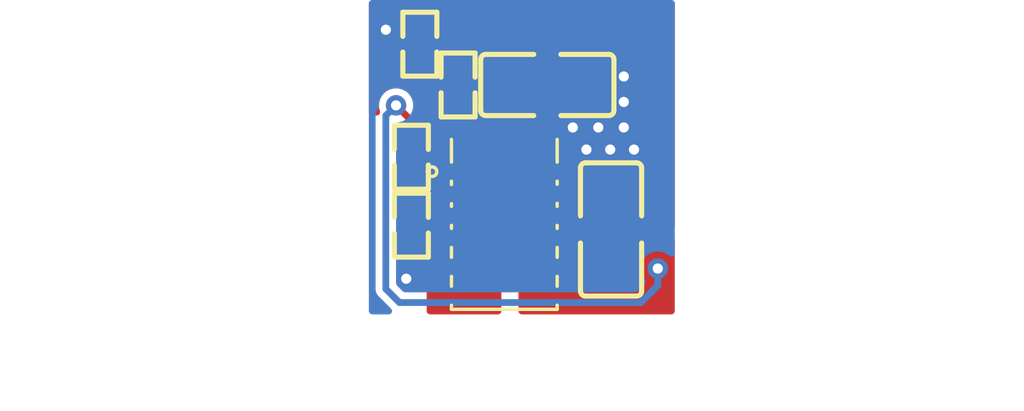
<source format=kicad_pcb>
(kicad_pcb (version 20241229) (generator "pcbnew") (generator_version "9.0")
  (layers (0 "F.Cu" signal) (2 "B.Cu" signal) (13 "F.Paste" user) (15 "B.Paste" user) (5 "F.SilkS" user "F.Silkscreen") (7 "B.SilkS" user "B.Silkscreen") (1 "F.Mask" user) (3 "B.Mask" user) (25 "Edge.Cuts" user))
  (net 0 "")
  (net 1 "OUT")
  (net 2 "VCC")
  (net 3 "BST")
  (net 4 "EN_SYNC")
  (net 5 "package.footprint.pins[6].net-net")
  (net 6 "SW")
  (net 7 "package.footprint.pins[1].net-net")
  (net 8 "PG")
  (net 9 "FB")
  (net 10 "IN")
  (net 11 "gnd")
  (footprint "Samsung_Electro_Mechanics_CL21A226KOQNNNE:C0805" (layer "F.Cu") (at 3.125 0.75 90)
    (property "Reference" "C2" (hide yes))
    (property "Value" "22µF ±10% 16V X5R")
    (fp_line (start 1.81 -0.9) (end 0.4 -0.9) (stroke (width 0.15)) (layer "F.SilkS"))
    (fp_line (start -1.81 -0.9) (end -0.4 -0.9) (stroke (width 0.15)) (layer "F.SilkS"))
    (fp_line (start 1.96 0.75) (end 1.96 -0.75) (stroke (width 0.15)) (layer "F.SilkS"))
    (fp_line (start -1.96 0.75) (end -1.96 -0.75) (stroke (width 0.15)) (layer "F.SilkS"))
    (fp_line (start 0.4 0.9) (end 1.81 0.9) (stroke (width 0.15)) (layer "F.SilkS"))
    (fp_line (start -0.4 0.9) (end -1.81 0.9) (stroke (width 0.15)) (layer "F.SilkS"))
    (fp_arc (start 1.81 -0.9) (mid 1.916066 -0.856066) (end 1.96 -0.75) (stroke (width 0.15)) (layer "F.SilkS"))
    (fp_arc (start -1.96 -0.75) (mid -1.916066 -0.856066) (end -1.81 -0.9) (stroke (width 0.15)) (layer "F.SilkS"))
    (fp_arc (start 1.96 0.75) (mid 1.916066 0.856066) (end 1.81 0.9) (stroke (width 0.15)) (layer "F.SilkS"))
    (fp_arc (start -1.81 0.9) (mid -1.916066 0.856066) (end -1.96 0.75) (stroke (width 0.15)) (layer "F.SilkS"))
    (pad "1" smd rect (at -1 0 90) (size 1.41 1.35) (layers "F.Cu" "F.Mask" "F.Paste") (net 1 "OUT"))
    (pad "2" smd rect (at 1 0 90) (size 1.41 1.35) (layers "F.Cu" "F.Mask" "F.Paste") (net 11 "gnd"))
  )
  (footprint "UNI_ROYAL_0402WGF1003TCE:R0402" (layer "F.Cu") (at -1.375 -3.5 90)
    (property "Reference" "R2" (hide yes))
    (property "Value" "100kΩ ±1% 62.5mW")
    (fp_line (start 0.94 -0.5) (end 0.23 -0.5) (stroke (width 0.15)) (layer "F.SilkS"))
    (fp_line (start -0.94 -0.5) (end -0.23 -0.5) (stroke (width 0.15)) (layer "F.SilkS"))
    (fp_line (start 0.94 0.5) (end 0.94 -0.5) (stroke (width 0.15)) (layer "F.SilkS"))
    (fp_line (start 0.23 0.5) (end 0.94 0.5) (stroke (width 0.15)) (layer "F.SilkS"))
    (fp_line (start -0.23 0.5) (end -0.94 0.5) (stroke (width 0.15)) (layer "F.SilkS"))
    (fp_line (start -0.94 0.5) (end -0.94 -0.5) (stroke (width 0.15)) (layer "F.SilkS"))
    (pad "1" smd rect (at -0.43 0 90) (size 0.57 0.54) (layers "F.Cu" "F.Mask" "F.Paste") (net 4 "EN_SYNC"))
    (pad "2" smd rect (at 0.43 0 90) (size 0.57 0.54) (layers "F.Cu" "F.Mask" "F.Paste") (net 10 "IN"))
  )
  (footprint "UNI_ROYAL_0402WGF1003TCE:R0402" (layer "F.Cu") (at -2.75 -1.375 -90)
    (property "Reference" "R4" (hide yes))
    (property "Value" "100kΩ ±1% 62.5mW")
    (fp_line (start -0.94 0.5) (end -0.94 -0.5) (stroke (width 0.15)) (layer "F.SilkS"))
    (fp_line (start -0.23 0.5) (end -0.94 0.5) (stroke (width 0.15)) (layer "F.SilkS"))
    (fp_line (start 0.23 0.5) (end 0.94 0.5) (stroke (width 0.15)) (layer "F.SilkS"))
    (fp_line (start 0.94 0.5) (end 0.94 -0.5) (stroke (width 0.15)) (layer "F.SilkS"))
    (fp_line (start -0.94 -0.5) (end -0.23 -0.5) (stroke (width 0.15)) (layer "F.SilkS"))
    (fp_line (start 0.94 -0.5) (end 0.23 -0.5) (stroke (width 0.15)) (layer "F.SilkS"))
    (pad "1" smd rect (at -0.43 0 270) (size 0.57 0.54) (layers "F.Cu" "F.Mask" "F.Paste") (net 1 "OUT"))
    (pad "2" smd rect (at 0.43 0 270) (size 0.57 0.54) (layers "F.Cu" "F.Mask" "F.Paste") (net 9 "FB"))
  )
  (footprint "MONOLITHIC_POWER_SYSTEMS_INC_MPM3610GQV_Z:QFN-20_L5.0-W3.0-TL-MPM3610GQV-Z" (layer "F.Cu") (at 0 0 0)
    (property "Reference" "U1" (hide yes))
    (property "Value" "")
    (fp_line (start -1.57 -1.23) (end -1.57 -1.9) (stroke (width 0.1)) (layer "F.SilkS"))
    (fp_line (start -1.57 -0.57) (end -1.57 -0.67) (stroke (width 0.1)) (layer "F.SilkS"))
    (fp_line (start -1.57 0.07) (end -1.57 -0.01) (stroke (width 0.1)) (layer "F.SilkS"))
    (fp_line (start -1.57 0.72) (end -1.57 0.63) (stroke (width 0.1)) (layer "F.SilkS"))
    (fp_line (start -1.57 1.57) (end -1.57 1.28) (stroke (width 0.1)) (layer "F.SilkS"))
    (fp_line (start -1.57 2.42) (end -1.57 2.13) (stroke (width 0.1)) (layer "F.SilkS"))
    (fp_line (start -1.57 3.1) (end -1.57 2.98) (stroke (width 0.1)) (layer "F.SilkS"))
    (fp_line (start -1.57 3.1) (end 1.54 3.1) (stroke (width 0.1)) (layer "F.SilkS"))
    (fp_line (start 1.54 -1.23) (end 1.54 -1.9) (stroke (width 0.1)) (layer "F.SilkS"))
    (fp_line (start 1.54 -0.58) (end 1.54 -0.67) (stroke (width 0.1)) (layer "F.SilkS"))
    (fp_line (start 1.54 0.07) (end 1.54 -0.02) (stroke (width 0.1)) (layer "F.SilkS"))
    (fp_line (start 1.54 0.72) (end 1.54 0.63) (stroke (width 0.1)) (layer "F.SilkS"))
    (fp_line (start 1.54 1.57) (end 1.54 1.28) (stroke (width 0.1)) (layer "F.SilkS"))
    (fp_line (start 1.54 2.42) (end 1.54 2.13) (stroke (width 0.1)) (layer "F.SilkS"))
    (fp_line (start 1.54 3.1) (end 1.54 2.98) (stroke (width 0.1)) (layer "F.SilkS"))
    (fp_circle (center -2.14 -0.95) (end -2 -0.95) (stroke (width 0.1)) (fill no) (layer "F.SilkS"))
    (pad "1" smd rect (at -1.43 -0.95 0) (size 0.8 0.25) (layers "F.Cu" "F.Mask" "F.Paste") (net 9 "FB"))
    (pad "2" smd rect (at -1.27 -0.29 0) (size 1.1 0.25) (layers "F.Cu" "F.Mask" "F.Paste") (net 2 "VCC"))
    (pad "3" smd rect (at -1.27 0.35 0) (size 1.1 0.25) (layers "F.Cu" "F.Mask" "F.Paste") (net 11 "gnd"))
    (pad "4" smd custom (at -1.28 1.85 0) (size 0.01 0.01) (layers "F.Cu" "F.Mask" "F.Paste") (net 6 "SW") (options (clearance outline) (anchor circle)) (primitives (gr_poly (pts (xy -0.55 -0.98) (xy 0.55 -0.98) (xy 0.55 0.97) (xy -0.55 0.97) (xy -0.55 0.72) (xy -0.05 0.72) (xy -0.05 0.12) (xy -0.55 0.12) (xy -0.55 -0.13) (xy -0.05 -0.13) (xy -0.05 -0.73) (xy -0.55 -0.73)) (width 0.1) (fill yes))))
    (pad "9" smd custom (at 1.23 1.85 0) (size 0.01 0.01) (layers "F.Cu" "F.Mask" "F.Paste") (net 1 "OUT") (options (clearance outline) (anchor circle)) (primitives (gr_poly (pts (xy 0.55 -0.98) (xy -0.55 -0.98) (xy -0.55 0.97) (xy 0.55 0.97) (xy 0.55 0.72) (xy 0.05 0.72) (xy 0.05 0.12) (xy 0.55 0.12) (xy 0.55 -0.13) (xy 0.05 -0.13) (xy 0.05 -0.73) (xy 0.55 -0.73)) (width 0.1) (fill yes))))
    (pad "10" smd rect (at 1.22 0.35 0) (size 1.1 0.25) (layers "F.Cu" "F.Mask" "F.Paste") (net 7 "package.footprint.pins[1].net-net"))
    (pad "11" smd rect (at 1.22 -0.3 0) (size 1.1 0.25) (layers "F.Cu" "F.Mask" "F.Paste") (net 3 "BST"))
    (pad "12" smd rect (at 1.43 -0.95 0) (size 0.7 0.25) (layers "F.Cu" "F.Mask" "F.Paste") (net 11 "gnd"))
    (pad "13" smd rect (at 1.22 -1.85 0) (size 0.25 0.7) (layers "F.Cu" "F.Mask" "F.Paste") (net 11 "gnd"))
    (pad "14" smd rect (at 0.73 -1.85 0) (size 0.25 0.7) (layers "F.Cu" "F.Mask" "F.Paste") (net 11 "gnd"))
    (pad "15" smd rect (at 0.22 -1.65 0) (size 0.25 1.1) (layers "F.Cu" "F.Mask" "F.Paste") (net 5 "package.footprint.pins[6].net-net"))
    (pad "16" smd rect (at -0.27 -1.65 0) (size 0.25 1.1) (layers "F.Cu" "F.Mask" "F.Paste") (net 10 "IN"))
    (pad "17" smd rect (at -0.78 -1.85 0) (size 0.25 0.7) (layers "F.Cu" "F.Mask" "F.Paste") (net 4 "EN_SYNC"))
    (pad "18" smd rect (at -1.27 -1.85 0) (size 0.25 0.7) (layers "F.Cu" "F.Mask" "F.Paste") (net 8 "PG"))
  )
  (footprint "Samsung_Electro_Mechanics_CL21A106KAYNNNE:C0805" (layer "F.Cu") (at 1.25 -3.5 0)
    (property "Reference" "C1" (hide yes))
    (property "Value" "10µF ±10% 25V X5R")
    (fp_line (start -1.96 0.75) (end -1.96 -0.75) (stroke (width 0.15)) (layer "F.SilkS"))
    (fp_line (start -1.81 -0.9) (end -0.4 -0.9) (stroke (width 0.15)) (layer "F.SilkS"))
    (fp_line (start -0.4 0.9) (end -1.81 0.9) (stroke (width 0.15)) (layer "F.SilkS"))
    (fp_line (start 0.4 0.9) (end 1.81 0.9) (stroke (width 0.15)) (layer "F.SilkS"))
    (fp_line (start 1.81 -0.9) (end 0.4 -0.9) (stroke (width 0.15)) (layer "F.SilkS"))
    (fp_line (start 1.96 0.75) (end 1.96 -0.75) (stroke (width 0.15)) (layer "F.SilkS"))
    (fp_arc (start -1.96 -0.75) (mid -1.916066 -0.856066) (end -1.81 -0.9) (stroke (width 0.15)) (layer "F.SilkS"))
    (fp_arc (start -1.81 0.9) (mid -1.916066 0.856066) (end -1.96 0.75) (stroke (width 0.15)) (layer "F.SilkS"))
    (fp_arc (start 1.81 -0.9) (mid 1.916066 -0.856066) (end 1.96 -0.75) (stroke (width 0.15)) (layer "F.SilkS"))
    (fp_arc (start 1.96 0.75) (mid 1.916066 0.856066) (end 1.81 0.9) (stroke (width 0.15)) (layer "F.SilkS"))
    (pad "1" smd rect (at -1 0 0) (size 1.41 1.35) (layers "F.Cu" "F.Mask" "F.Paste") (net 10 "IN"))
    (pad "2" smd rect (at 1 0 0) (size 1.41 1.35) (layers "F.Cu" "F.Mask" "F.Paste") (net 11 "gnd"))
  )
  (footprint "UNI_ROYAL_0402WGF5362TCE:R0402" (layer "F.Cu") (at -2.5 -4.7 90)
    (property "Reference" "R1" (hide yes))
    (property "Value" "53.6kΩ ±1% 62.5mW")
    (fp_line (start 0.94 -0.5) (end 0.23 -0.5) (stroke (width 0.15)) (layer "F.SilkS"))
    (fp_line (start -0.94 -0.5) (end -0.23 -0.5) (stroke (width 0.15)) (layer "F.SilkS"))
    (fp_line (start 0.94 0.5) (end 0.94 -0.5) (stroke (width 0.15)) (layer "F.SilkS"))
    (fp_line (start 0.23 0.5) (end 0.94 0.5) (stroke (width 0.15)) (layer "F.SilkS"))
    (fp_line (start -0.23 0.5) (end -0.94 0.5) (stroke (width 0.15)) (layer "F.SilkS"))
    (fp_line (start -0.94 0.5) (end -0.94 -0.5) (stroke (width 0.15)) (layer "F.SilkS"))
    (pad "1" smd rect (at -0.43 0 90) (size 0.57 0.54) (layers "F.Cu" "F.Mask" "F.Paste") (net 8 "PG"))
    (pad "2" smd rect (at 0.43 0 90) (size 0.57 0.54) (layers "F.Cu" "F.Mask" "F.Paste") (net 11 "gnd"))
  )
  (footprint "UNI_ROYAL_0402WGF1912TCE:R0402" (layer "F.Cu") (at -2.75 0.625 -90)
    (property "Reference" "R3" (hide yes))
    (property "Value" "19.1kΩ ±1% 62.5mW")
    (fp_line (start -0.94 0.5) (end -0.94 -0.5) (stroke (width 0.15)) (layer "F.SilkS"))
    (fp_line (start -0.23 0.5) (end -0.94 0.5) (stroke (width 0.15)) (layer "F.SilkS"))
    (fp_line (start 0.23 0.5) (end 0.94 0.5) (stroke (width 0.15)) (layer "F.SilkS"))
    (fp_line (start 0.94 0.5) (end 0.94 -0.5) (stroke (width 0.15)) (layer "F.SilkS"))
    (fp_line (start -0.94 -0.5) (end -0.23 -0.5) (stroke (width 0.15)) (layer "F.SilkS"))
    (fp_line (start 0.94 -0.5) (end 0.23 -0.5) (stroke (width 0.15)) (layer "F.SilkS"))
    (pad "1" smd rect (at -0.43 0 270) (size 0.57 0.54) (layers "F.Cu" "F.Mask" "F.Paste") (net 9 "FB"))
    (pad "2" smd rect (at 0.43 0 270) (size 0.57 0.54) (layers "F.Cu" "F.Mask" "F.Paste") (net 11 "gnd"))
  )
  (via (at 4.5 1.9) (size 0.6) (drill 0.3) (layers "F.Cu" "B.Cu") (net 1))
  (via (at -3.2 -2.9) (size 0.6) (drill 0.3) (layers "F.Cu" "B.Cu") (net 1))
  (via (at 3.5 -2.25) (size 0.6) (drill 0.3) (layers "F.Cu" "B.Cu") (net 11))
  (via (at 2 -2.25) (size 0.6) (drill 0.3) (layers "F.Cu" "B.Cu") (net 11))
  (via (at 3.5 -3) (size 0.6) (drill 0.3) (layers "F.Cu" "B.Cu") (net 11))
  (via (at 2.4 -1.6) (size 0.6) (drill 0.3) (layers "F.Cu" "B.Cu") (net 11))
  (via (at 3.1 -1.6) (size 0.6) (drill 0.3) (layers "F.Cu" "B.Cu") (net 11))
  (via (at 3.8 -1.6) (size 0.6) (drill 0.3) (layers "F.Cu" "B.Cu") (net 11))
  (via (at 3.5 -3.75) (size 0.6) (drill 0.3) (layers "F.Cu" "B.Cu") (net 11))
  (via (at 2.75 -2.25) (size 0.6) (drill 0.3) (layers "F.Cu" "B.Cu") (net 11))
  (via (at -2.9 2.2) (size 0.6) (drill 0.3) (layers "F.Cu" "B.Cu") (net 11))
  (via (at -3.5 -5.125) (size 0.6) (drill 0.3) (layers "F.Cu" "B.Cu") (net 11))
  (zone (net 1) (net_name "OUT") (layers "F.Cu") (priority 1) (connect_pads yes (clearance 0.2)) (min_thickness 0.2) (fill yes (thermal_gap 0.2) (thermal_bridge_width 0.2))
    (polygon (pts (xy 0.4 0.75) (xy 0.4 3.25) (xy 5 3.25) (xy 5 0.75)))
  )
  (zone (net 11) (net_name "gnd") (layers "F.Cu") (priority 2) (connect_pads (clearance 0.2)) (min_thickness 0.2) (fill yes (thermal_gap 0.2) (thermal_bridge_width 0.2))
    (polygon (pts (xy -4 -2.6) (xy -4 -6) (xy -1.9 -6) (xy -1.937363 -2.6)))
  )
  (zone (net 10) (net_name "IN") (layers "F.Cu") (connect_pads yes (clearance 0.2)) (min_thickness 0.2) (fill yes (thermal_gap 0.2) (thermal_bridge_width 0.2))
    (polygon (pts (xy -1.9 -5) (xy -1.9 -3.5) (xy -0.7 -3.5) (xy -0.7 -2.8) (xy -0.5 -2.5) (xy -0.5 -1.1) (xy 0 -1.1) (xy 0 -2.4) (xy 0.1 -2.5) (xy 1.2 -2.5) (xy 1.2 -6) (xy -1.9 -6)))
  )
  (zone (net 6) (net_name "SW") (layers "F.Cu") (priority 2) (connect_pads yes (clearance 0.2)) (min_thickness 0.2) (fill yes (thermal_gap 0.2) (thermal_bridge_width 0.2))
    (polygon (pts (xy -1.9 0.8) (xy -0.1 0.8) (xy -0.1 3.25) (xy -2.3 3.25) (xy -2.3 1.7) (xy -2.1 1.5) (xy -2.1 1)))
  )
  (zone (net 11) (net_name "gnd") (layers "F.Cu") (priority 1) (connect_pads yes (clearance 0.2)) (min_thickness 0.2) (fill yes (thermal_gap 0.2) (thermal_bridge_width 0.2))
    (polygon (pts (xy 0.5 -0.6) (xy 0.5 -2.5) (xy 1.2 -2.5) (xy 1.2 -6) (xy 5 -6) (xy 5 0.75) (xy 2.2 0.75) (xy 2.2 -0.5) (xy 2.1 -0.6)))
  )
  (zone (net 11) (net_name "gnd") (layers "B.Cu") (priority 3) (connect_pads (clearance 0.2)) (min_thickness 0.2) (fill yes (thermal_gap 0.2) (thermal_bridge_width 0.2))
    (polygon (pts (xy -4 -6) (xy -4 3.25) (xy 5 3.25) (xy 5 -6)))
  )
  (segment (start -2.75 -1.805) (end -2.75 -2.45) (width 0.2) (net 1) (layer "F.Cu"))
  (segment (start -2.75 -2.45) (end -3.2 -2.9) (width 0.2) (net 1) (layer "F.Cu"))
  (segment (start -3.501 2.499) (end -3.1 2.9) (width 0.2) (net 1) (layer "B.Cu"))
  (segment (start 4 2.9) (end 4.5 2.4) (width 0.2) (net 1) (layer "B.Cu"))
  (segment (start -3.501 -2.599) (end -3.501 2.499) (width 0.2) (net 1) (layer "B.Cu"))
  (segment (start -3.2 -2.9) (end -3.501 -2.599) (width 0.2) (net 1) (layer "B.Cu"))
  (segment (start -3.1 2.9) (end 4 2.9) (width 0.2) (net 1) (layer "B.Cu"))
  (segment (start 4.5 2.4) (end 4.5 1.9) (width 0.2) (net 1) (layer "B.Cu"))
  (segment (start -0.78 -2.475) (end -1.375 -3.07) (width 0.2) (net 4) (layer "F.Cu"))
  (segment (start -0.78 -1.85) (end -0.78 -2.475) (width 0.2) (net 4) (layer "F.Cu"))
  (segment (start -1.875 -2.375) (end -2.5 -3) (width 0.2) (net 8) (layer "F.Cu"))
  (segment (start -1.875 -2) (end -1.875 -2.375) (width 0.2) (net 8) (layer "F.Cu"))
  (segment (start -1.725 -1.85) (end -1.875 -2) (width 0.2) (net 8) (layer "F.Cu"))
  (segment (start -2.5 -3) (end -2.5 -4.27) (width 0.2) (net 8) (layer "F.Cu"))
  (segment (start -1.27 -1.85) (end -1.725 -1.85) (width 0.2) (net 8) (layer "F.Cu"))
  (segment (start -2.75 0.195) (end -2.75 -0.945) (width 0.2) (net 9) (layer "F.Cu"))
  (segment (start -1.435 -0.945) (end -1.43 -0.95) (width 0.2) (net 9) (layer "F.Cu"))
  (segment (start -2.75 -0.945) (end -1.435 -0.945) (width 0.2) (net 9) (layer "F.Cu"))
  (segment (start -2.75 2.05) (end -2.9 2.2) (width 0.2) (net 11) (layer "F.Cu"))
  (segment (start -2.75 1.055) (end -2.555 1.055) (width 0.2) (net 11) (layer "F.Cu"))
  (segment (start -2.75 1.055) (end -2.75 2.05) (width 0.2) (net 11) (layer "F.Cu"))
  (segment (start -2.555 1.055) (end -1.85 0.35) (width 0.2) (net 11) (layer "F.Cu"))
  (segment (start -1.85 0.35) (end -1.27 0.35) (width 0.2) (net 11) (layer "F.Cu"))
)
</source>
